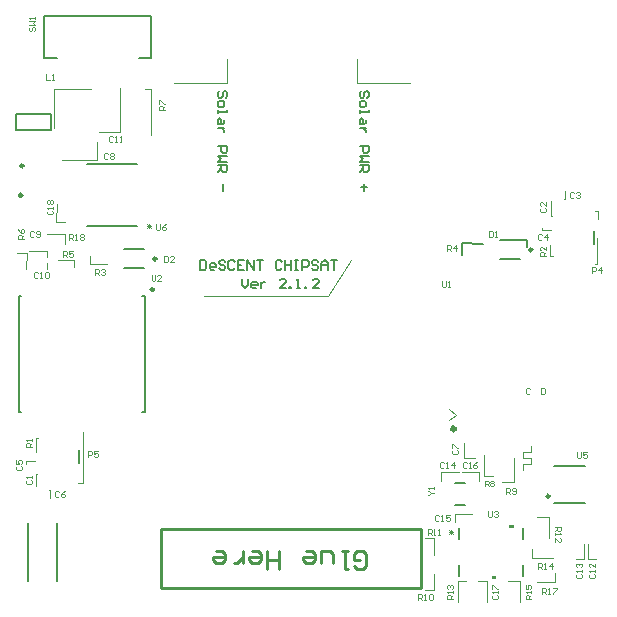
<source format=gbr>
G04*
G04 #@! TF.GenerationSoftware,Altium Limited,Altium Designer,25.5.2 (35)*
G04*
G04 Layer_Color=65535*
%FSLAX25Y25*%
%MOIN*%
G70*
G04*
G04 #@! TF.SameCoordinates,0BB90384-501E-406B-A6C2-AE9EDDEAC3CB*
G04*
G04*
G04 #@! TF.FilePolarity,Positive*
G04*
G01*
G75*
%ADD10C,0.00984*%
%ADD11C,0.01181*%
%ADD12C,0.01500*%
%ADD13C,0.00787*%
%ADD14C,0.00394*%
%ADD15C,0.00600*%
%ADD16C,0.01000*%
%ADD17C,0.00591*%
%ADD18C,0.00315*%
G36*
X160450Y8850D02*
X158950D01*
Y7850D01*
X160450D01*
Y8850D01*
D02*
G37*
G36*
X166355Y25050D02*
X164855D01*
Y26050D01*
X166355D01*
Y25050D01*
D02*
G37*
D10*
X2953Y145636D02*
G03*
X2953Y145636I-492J0D01*
G01*
X47244Y114665D02*
G03*
X47244Y114665I-492J0D01*
G01*
X178248Y35531D02*
G03*
X178248Y35531I-492J0D01*
G01*
X46362Y104402D02*
G03*
X46362Y104402I-492J0D01*
G01*
X172482Y117700D02*
G03*
X172482Y117700I-492J0D01*
G01*
D11*
X2362Y135827D02*
G03*
X2362Y135827I-394J0D01*
G01*
D12*
X146736Y57978D02*
G03*
X146736Y57978I-500J0D01*
G01*
D13*
X45331Y181513D02*
Y195687D01*
X9898Y181513D02*
Y195687D01*
X45331D01*
X9898Y181513D02*
X13933D01*
X41295D02*
X45331D01*
X394Y157750D02*
Y163050D01*
X12205D01*
Y157750D02*
Y163050D01*
X394Y157750D02*
X12205D01*
X193041Y119569D02*
Y123900D01*
X36516Y111516D02*
X43209D01*
X36516Y117815D02*
X43209D01*
X179921Y45472D02*
X190158D01*
X179921Y33268D02*
X190158D01*
X42547Y102193D02*
X43433D01*
X1307D02*
X2193D01*
X1307Y63610D02*
Y102193D01*
X42547Y63610D02*
X43433D01*
X1307D02*
X2193D01*
X43433D02*
Y102193D01*
X161754Y120850D02*
X168446D01*
X161754Y114550D02*
X168446D01*
X21400Y46669D02*
Y51000D01*
X170600Y118500D02*
Y120900D01*
X168446Y120850D02*
X170600Y120900D01*
X75687Y108036D02*
Y105937D01*
X76737Y104887D01*
X77786Y105937D01*
Y108036D01*
X80410Y104887D02*
X79361D01*
X78836Y105412D01*
Y106462D01*
X79361Y106986D01*
X80410D01*
X80935Y106462D01*
Y105937D01*
X78836D01*
X81985Y106986D02*
Y104887D01*
Y105937D01*
X82509Y106462D01*
X83034Y106986D01*
X83559D01*
X90381Y104887D02*
X88282D01*
X90381Y106986D01*
Y107511D01*
X89856Y108036D01*
X88806D01*
X88282Y107511D01*
X91430Y104887D02*
Y105412D01*
X91955D01*
Y104887D01*
X91430D01*
X94054D02*
X95104D01*
X94579D01*
Y108036D01*
X94054Y107511D01*
X96678Y104887D02*
Y105412D01*
X97203D01*
Y104887D01*
X96678D01*
X101401D02*
X99302D01*
X101401Y106986D01*
Y107511D01*
X100876Y108036D01*
X99827D01*
X99302Y107511D01*
X61811Y114172D02*
Y111024D01*
X63385D01*
X63910Y111548D01*
Y113647D01*
X63385Y114172D01*
X61811D01*
X66534Y111024D02*
X65484D01*
X64960Y111548D01*
Y112598D01*
X65484Y113123D01*
X66534D01*
X67059Y112598D01*
Y112073D01*
X64960D01*
X70207Y113647D02*
X69683Y114172D01*
X68633D01*
X68108Y113647D01*
Y113123D01*
X68633Y112598D01*
X69683D01*
X70207Y112073D01*
Y111548D01*
X69683Y111024D01*
X68633D01*
X68108Y111548D01*
X73356Y113647D02*
X72831Y114172D01*
X71782D01*
X71257Y113647D01*
Y111548D01*
X71782Y111024D01*
X72831D01*
X73356Y111548D01*
X76504Y114172D02*
X74405D01*
Y111024D01*
X76504D01*
X74405Y112598D02*
X75455D01*
X77554Y111024D02*
Y114172D01*
X79653Y111024D01*
Y114172D01*
X80703D02*
X82802D01*
X81752D01*
Y111024D01*
X89099Y113647D02*
X88574Y114172D01*
X87524D01*
X87000Y113647D01*
Y111548D01*
X87524Y111024D01*
X88574D01*
X89099Y111548D01*
X90148Y114172D02*
Y111024D01*
Y112598D01*
X92247D01*
Y114172D01*
Y111024D01*
X93297Y114172D02*
X94346D01*
X93822D01*
Y111024D01*
X93297D01*
X94346D01*
X95921D02*
Y114172D01*
X97495D01*
X98020Y113647D01*
Y112598D01*
X97495Y112073D01*
X95921D01*
X101168Y113647D02*
X100644Y114172D01*
X99594D01*
X99069Y113647D01*
Y113123D01*
X99594Y112598D01*
X100644D01*
X101168Y112073D01*
Y111548D01*
X100644Y111024D01*
X99594D01*
X99069Y111548D01*
X102218Y111024D02*
Y113123D01*
X103268Y114172D01*
X104317Y113123D01*
Y111024D01*
Y112598D01*
X102218D01*
X105367Y114172D02*
X107466D01*
X106416D01*
Y111024D01*
X70340Y168373D02*
X70865Y168898D01*
Y169948D01*
X70340Y170472D01*
X69816D01*
X69291Y169948D01*
Y168898D01*
X68766Y168373D01*
X68241D01*
X67716Y168898D01*
Y169948D01*
X68241Y170472D01*
X67716Y166799D02*
Y165750D01*
X68241Y165225D01*
X69291D01*
X69816Y165750D01*
Y166799D01*
X69291Y167324D01*
X68241D01*
X67716Y166799D01*
Y164175D02*
Y163126D01*
Y163651D01*
X70865D01*
Y164175D01*
X69816Y161027D02*
Y159977D01*
X69291Y159452D01*
X67716D01*
Y161027D01*
X68241Y161551D01*
X68766Y161027D01*
Y159452D01*
X69816Y158403D02*
X67716D01*
X68766D01*
X69291Y157878D01*
X69816Y157353D01*
Y156828D01*
X67716Y152106D02*
X70865D01*
Y150531D01*
X70340Y150007D01*
X69291D01*
X68766Y150531D01*
Y152106D01*
X70865Y148957D02*
X67716D01*
X68766Y147907D01*
X67716Y146858D01*
X70865D01*
X67716Y145808D02*
X70865D01*
Y144234D01*
X70340Y143709D01*
X69291D01*
X68766Y144234D01*
Y145808D01*
Y144759D02*
X67716Y143709D01*
X69291Y139511D02*
Y137412D01*
X117585Y168373D02*
X118109Y168898D01*
Y169948D01*
X117585Y170472D01*
X117060D01*
X116535Y169948D01*
Y168898D01*
X116010Y168373D01*
X115485D01*
X114961Y168898D01*
Y169948D01*
X115485Y170472D01*
X114961Y166799D02*
Y165750D01*
X115485Y165225D01*
X116535D01*
X117060Y165750D01*
Y166799D01*
X116535Y167324D01*
X115485D01*
X114961Y166799D01*
Y164175D02*
Y163126D01*
Y163651D01*
X118109D01*
Y164175D01*
X117060Y161027D02*
Y159977D01*
X116535Y159452D01*
X114961D01*
Y161027D01*
X115485Y161551D01*
X116010Y161027D01*
Y159452D01*
X117060Y158403D02*
X114961D01*
X116010D01*
X116535Y157878D01*
X117060Y157353D01*
Y156828D01*
X114961Y152106D02*
X118109D01*
Y150531D01*
X117585Y150007D01*
X116535D01*
X116010Y150531D01*
Y152106D01*
X118109Y148957D02*
X114961D01*
X116010Y147907D01*
X114961Y146858D01*
X118109D01*
X114961Y145808D02*
X118109D01*
Y144234D01*
X117585Y143709D01*
X116535D01*
X116010Y144234D01*
Y145808D01*
Y144759D02*
X114961Y143709D01*
X116535Y139511D02*
Y137412D01*
X117585Y138462D02*
X115485D01*
D14*
X144882Y61024D02*
X147244Y62598D01*
X144882Y64567D02*
X147244Y62598D01*
X45276Y155905D02*
Y171260D01*
X35039Y171653D02*
X35100Y156900D01*
X146653Y29626D02*
X152461D01*
X146653Y26969D02*
Y29626D01*
X142126Y40551D02*
Y43701D01*
X148031D01*
X154724Y40551D02*
Y43701D01*
X149213D02*
X154724D01*
X172244Y50197D02*
Y52165D01*
X169291Y44291D02*
Y46260D01*
X172244D01*
Y48228D01*
X169291D02*
X172244D01*
X169291D02*
Y50197D01*
X172244D01*
X166339Y40354D02*
Y48228D01*
X162402Y40354D02*
X166339D01*
X168307Y355D02*
Y7245D01*
X164370D02*
X168307D01*
X147600Y355D02*
Y7245D01*
X150553D01*
X156496Y42323D02*
X159449D01*
X156496D02*
Y49213D01*
X136811Y21654D02*
X137585D01*
X178150D02*
Y28543D01*
X174213D02*
X178150D01*
X43307Y171260D02*
X45276D01*
X15748Y147638D02*
X27559D01*
Y153543D01*
X62992Y102362D02*
X104331D01*
X112205Y114173D01*
X70866Y177165D02*
Y181102D01*
X114173Y177165D02*
Y181102D01*
X129921Y173228D02*
X131890D01*
X114173D02*
X129921D01*
X114173D02*
Y177165D01*
X53150Y173228D02*
X70866D01*
Y177165D01*
X10827Y111221D02*
Y113189D01*
Y115157D02*
Y117126D01*
X4921D02*
X10827D01*
X21000Y40000D02*
X22900D01*
X22800Y57000D02*
X22900Y40000D01*
X193350Y113000D02*
X194250D01*
Y121700D01*
X194300Y128000D02*
Y130600D01*
X193500D02*
X194300D01*
X178500Y115500D02*
Y119300D01*
Y115500D02*
X179300D01*
X7200Y50400D02*
Y55000D01*
X7700D01*
X11900Y35000D02*
Y37500D01*
X11500D02*
X11900D01*
X7200Y38900D02*
Y43000D01*
X7500D01*
X3900Y47100D02*
X6900D01*
X3900Y46100D02*
Y47100D01*
X175700Y124400D02*
X178800D01*
X175700D02*
Y124900D01*
X178600Y128900D02*
Y133800D01*
Y128900D02*
X179000D01*
X183500Y134500D02*
Y137200D01*
X183000Y134500D02*
X183500D01*
X16732Y119685D02*
Y122835D01*
X10827D02*
X16732D01*
X190945Y14567D02*
X193701D01*
X190945D02*
Y19685D01*
X189764Y14567D02*
Y19685D01*
X187008Y14567D02*
X189764D01*
X172400Y14824D02*
Y17776D01*
Y14824D02*
X179290D01*
X180118Y6890D02*
Y9843D01*
X174213Y6890D02*
X180118D01*
X157480Y355D02*
Y7245D01*
X154528D02*
X157480D01*
X149606Y48228D02*
X153543D01*
X149606D02*
Y53150D01*
X13000Y158300D02*
Y171300D01*
X25400D01*
X28000Y156900D02*
X35100D01*
X13821Y127000D02*
X14021Y132800D01*
X13821Y127000D02*
X16621D01*
X700Y116600D02*
X4000D01*
X3900Y111100D02*
X4000Y116600D01*
X19685Y111989D02*
Y114389D01*
X14385D02*
X19685D01*
X25000Y113000D02*
X30800D01*
X25000D02*
Y115600D01*
X136831Y4363D02*
X139831D01*
Y9563D01*
Y15800D02*
Y21654D01*
X137585D02*
X139831D01*
D15*
X147966Y8950D02*
Y12545D01*
X169466Y8950D02*
Y12545D01*
Y21355D02*
Y24950D01*
X147966Y21355D02*
Y24950D01*
X14149Y7160D02*
Y26730D01*
X4449Y7160D02*
Y26730D01*
X146781Y39871D02*
X150069D01*
X146781Y32570D02*
X150069D01*
X24130Y146177D02*
X40830D01*
X24130Y125477D02*
X40830D01*
D16*
X135474Y4817D02*
Y24502D01*
X48859Y4817D02*
Y24502D01*
X135474D01*
X48859Y4817D02*
X135474D01*
X113194Y12170D02*
X114194Y11171D01*
X116193D01*
X117193Y12170D01*
Y16169D01*
X116193Y17169D01*
X114194D01*
X113194Y16169D01*
Y14170D01*
X115194D01*
X111195Y17169D02*
X109196D01*
X110195D01*
Y11171D01*
X111195D01*
X106197Y13170D02*
Y16169D01*
X105197Y17169D01*
X102198D01*
Y13170D01*
X97199Y17169D02*
X99199D01*
X100199Y16169D01*
Y14170D01*
X99199Y13170D01*
X97199D01*
X96200Y14170D01*
Y15169D01*
X100199D01*
X88202Y11171D02*
Y17169D01*
Y14170D01*
X84204D01*
Y11171D01*
Y17169D01*
X79205D02*
X81205D01*
X82204Y16169D01*
Y14170D01*
X81205Y13170D01*
X79205D01*
X78206Y14170D01*
Y15169D01*
X82204D01*
X76206Y13170D02*
Y17169D01*
Y15169D01*
X75207Y14170D01*
X74207Y13170D01*
X73207D01*
X67209Y17169D02*
X69209D01*
X70208Y16169D01*
Y14170D01*
X69209Y13170D01*
X67209D01*
X66210Y14170D01*
Y15169D01*
X70208D01*
D17*
X149200Y119800D02*
X156200Y119700D01*
X149100Y115900D02*
X149200Y119800D01*
D18*
X5249Y191929D02*
X4922Y191602D01*
Y190945D01*
X5249Y190618D01*
X5578D01*
X5906Y190945D01*
Y191602D01*
X6233Y191929D01*
X6561D01*
X6889Y191602D01*
Y190945D01*
X6561Y190618D01*
X4922Y192585D02*
X6889D01*
X6233Y193241D01*
X6889Y193897D01*
X4922D01*
X6889Y194553D02*
Y195209D01*
Y194881D01*
X4922D01*
X5249Y194553D01*
X171706Y71246D02*
X171378Y71574D01*
X170722D01*
X170394Y71246D01*
Y69934D01*
X170722Y69606D01*
X171378D01*
X171706Y69934D01*
X175512Y71574D02*
Y69606D01*
X176496D01*
X176824Y69934D01*
Y71246D01*
X176496Y71574D01*
X175512D01*
X144685Y24278D02*
X145997Y22966D01*
X144685D02*
X145997Y24278D01*
X144685Y23622D02*
X145997D01*
X145341Y22966D02*
Y24278D01*
X45455Y124987D02*
X44143Y126299D01*
X45455D02*
X44143Y124987D01*
X45455Y125643D02*
X44143D01*
X44799Y126299D02*
Y124987D01*
X45604Y109252D02*
Y107612D01*
X45932Y107284D01*
X46588D01*
X46916Y107612D01*
Y109252D01*
X48884Y107284D02*
X47572D01*
X48884Y108596D01*
Y108924D01*
X48556Y109252D01*
X47900D01*
X47572Y108924D01*
X175672Y122656D02*
X175344Y122984D01*
X174688D01*
X174360Y122656D01*
Y121344D01*
X174688Y121016D01*
X175344D01*
X175672Y121344D01*
X177312Y121016D02*
Y122984D01*
X176328Y122000D01*
X177640D01*
X186372Y136556D02*
X186044Y136884D01*
X185388D01*
X185060Y136556D01*
Y135244D01*
X185388Y134916D01*
X186044D01*
X186372Y135244D01*
X187028Y136556D02*
X187356Y136884D01*
X188012D01*
X188340Y136556D01*
Y136228D01*
X188012Y135900D01*
X187684D01*
X188012D01*
X188340Y135572D01*
Y135244D01*
X188012Y134916D01*
X187356D01*
X187028Y135244D01*
X175344Y131472D02*
X175016Y131144D01*
Y130488D01*
X175344Y130160D01*
X176656D01*
X176984Y130488D01*
Y131144D01*
X176656Y131472D01*
X176984Y133440D02*
Y132128D01*
X175672Y133440D01*
X175344D01*
X175016Y133112D01*
Y132456D01*
X175344Y132128D01*
X14672Y37056D02*
X14344Y37384D01*
X13688D01*
X13360Y37056D01*
Y35744D01*
X13688Y35416D01*
X14344D01*
X14672Y35744D01*
X16640Y37384D02*
X15984Y37056D01*
X15328Y36400D01*
Y35744D01*
X15656Y35416D01*
X16312D01*
X16640Y35744D01*
Y36072D01*
X16312Y36400D01*
X15328D01*
X844Y45572D02*
X516Y45244D01*
Y44588D01*
X844Y44260D01*
X2156D01*
X2484Y44588D01*
Y45244D01*
X2156Y45572D01*
X516Y47540D02*
Y46228D01*
X1500D01*
X1172Y46884D01*
Y47212D01*
X1500Y47540D01*
X2156D01*
X2484Y47212D01*
Y46556D01*
X2156Y46228D01*
X4144Y40900D02*
X3816Y40572D01*
Y39916D01*
X4144Y39588D01*
X5456D01*
X5784Y39916D01*
Y40572D01*
X5456Y40900D01*
X5784Y41556D02*
Y42212D01*
Y41884D01*
X3816D01*
X4144Y41556D01*
X24560Y48516D02*
Y50484D01*
X25544D01*
X25872Y50156D01*
Y49500D01*
X25544Y49172D01*
X24560D01*
X27840Y50484D02*
X26528D01*
Y49500D01*
X27184Y49828D01*
X27512D01*
X27840Y49500D01*
Y48844D01*
X27512Y48516D01*
X26856D01*
X26528Y48844D01*
X192560Y109816D02*
Y111784D01*
X193544D01*
X193872Y111456D01*
Y110800D01*
X193544Y110472D01*
X192560D01*
X195512Y109816D02*
Y111784D01*
X194528Y110800D01*
X195840D01*
X50196Y164324D02*
X48229D01*
Y165308D01*
X48557Y165636D01*
X49213D01*
X49541Y165308D01*
Y164324D01*
Y164980D02*
X50196Y165636D01*
X48229Y166292D02*
Y167604D01*
X48557D01*
X49869Y166292D01*
X50196D01*
X142389Y107283D02*
Y105643D01*
X142717Y105315D01*
X143373D01*
X143701Y105643D01*
Y107283D01*
X144357Y105315D02*
X145013D01*
X144685D01*
Y107283D01*
X144357Y106955D01*
X137796Y36090D02*
X138124D01*
X138779Y36746D01*
X138124Y37402D01*
X137796D01*
X138779Y36746D02*
X139763D01*
Y38058D02*
Y38713D01*
Y38385D01*
X137796D01*
X138124Y38058D01*
X47115Y126211D02*
Y124571D01*
X47443Y124243D01*
X48099D01*
X48427Y124571D01*
Y126211D01*
X50395D02*
X49739Y125883D01*
X49083Y125227D01*
Y124571D01*
X49411Y124243D01*
X50067D01*
X50395Y124571D01*
Y124899D01*
X50067Y125227D01*
X49083D01*
X187513Y50193D02*
Y48553D01*
X187841Y48225D01*
X188497D01*
X188825Y48553D01*
Y50193D01*
X190793D02*
X189481D01*
Y49209D01*
X190137Y49537D01*
X190465D01*
X190793Y49209D01*
Y48553D01*
X190465Y48225D01*
X189809D01*
X189481Y48553D01*
X157809Y30512D02*
Y28872D01*
X158137Y28544D01*
X158793D01*
X159121Y28872D01*
Y30512D01*
X159777Y30184D02*
X160105Y30512D01*
X160761D01*
X161089Y30184D01*
Y29855D01*
X160761Y29528D01*
X160433D01*
X160761D01*
X161089Y29200D01*
Y28872D01*
X160761Y28544D01*
X160105D01*
X159777Y28872D01*
X18210Y121063D02*
Y123031D01*
X19193D01*
X19521Y122703D01*
Y122047D01*
X19193Y121719D01*
X18210D01*
X18865D02*
X19521Y121063D01*
X20177D02*
X20833D01*
X20505D01*
Y123031D01*
X20177Y122703D01*
X21817D02*
X22145Y123031D01*
X22801D01*
X23129Y122703D01*
Y122375D01*
X22801Y122047D01*
X23129Y121719D01*
Y121391D01*
X22801Y121063D01*
X22145D01*
X21817Y121391D01*
Y121719D01*
X22145Y122047D01*
X21817Y122375D01*
Y122703D01*
X22145Y122047D02*
X22801D01*
X175690Y2953D02*
Y4921D01*
X176674D01*
X177002Y4593D01*
Y3937D01*
X176674Y3609D01*
X175690D01*
X176346D02*
X177002Y2953D01*
X177658D02*
X178314D01*
X177986D01*
Y4921D01*
X177658Y4593D01*
X179297Y4921D02*
X180609D01*
Y4593D01*
X179297Y3281D01*
Y2953D01*
X172244Y1140D02*
X170276D01*
Y2124D01*
X170604Y2452D01*
X171260D01*
X171588Y2124D01*
Y1140D01*
Y1796D02*
X172244Y2452D01*
Y3108D02*
Y3764D01*
Y3436D01*
X170276D01*
X170604Y3108D01*
X170276Y6060D02*
Y4748D01*
X171260D01*
X170932Y5404D01*
Y5732D01*
X171260Y6060D01*
X171916D01*
X172244Y5732D01*
Y5076D01*
X171916Y4748D01*
X174424Y11416D02*
Y13384D01*
X175408D01*
X175736Y13056D01*
Y12400D01*
X175408Y12072D01*
X174424D01*
X175080D02*
X175736Y11416D01*
X176392D02*
X177048D01*
X176720D01*
Y13384D01*
X176392Y13056D01*
X179016Y11416D02*
Y13384D01*
X178032Y12400D01*
X179344D01*
X146084Y1140D02*
X144116D01*
Y2124D01*
X144444Y2452D01*
X145100D01*
X145428Y2124D01*
Y1140D01*
Y1796D02*
X146084Y2452D01*
Y3108D02*
Y3764D01*
Y3436D01*
X144116D01*
X144444Y3108D01*
Y4748D02*
X144116Y5076D01*
Y5732D01*
X144444Y6060D01*
X144772D01*
X145100Y5732D01*
Y5404D01*
Y5732D01*
X145428Y6060D01*
X145756D01*
X146084Y5732D01*
Y5076D01*
X145756Y4748D01*
X180118Y25098D02*
X182086D01*
Y24114D01*
X181758Y23786D01*
X181102D01*
X180774Y24114D01*
Y25098D01*
Y24442D02*
X180118Y23786D01*
Y23130D02*
Y22474D01*
Y22802D01*
X182086D01*
X181758Y23130D01*
X180118Y20178D02*
Y21490D01*
X181430Y20178D01*
X181758D01*
X182086Y20506D01*
Y21162D01*
X181758Y21490D01*
X137632Y22638D02*
Y24606D01*
X138616D01*
X138944Y24278D01*
Y23622D01*
X138616Y23294D01*
X137632D01*
X138288D02*
X138944Y22638D01*
X139600D02*
X140256D01*
X139928D01*
Y24606D01*
X139600Y24278D01*
X141240Y22638D02*
X141896D01*
X141568D01*
Y24606D01*
X141240Y24278D01*
X134351Y985D02*
Y2952D01*
X135335D01*
X135663Y2624D01*
Y1969D01*
X135335Y1640D01*
X134351D01*
X135007D02*
X135663Y985D01*
X136319D02*
X136975D01*
X136647D01*
Y2952D01*
X136319Y2624D01*
X137959D02*
X138287Y2952D01*
X138943D01*
X139271Y2624D01*
Y1313D01*
X138943Y985D01*
X138287D01*
X137959Y1313D01*
Y2624D01*
X163715Y36418D02*
Y38385D01*
X164698D01*
X165026Y38058D01*
Y37402D01*
X164698Y37074D01*
X163715D01*
X164370D02*
X165026Y36418D01*
X165682Y36746D02*
X166010Y36418D01*
X166666D01*
X166994Y36746D01*
Y38058D01*
X166666Y38385D01*
X166010D01*
X165682Y38058D01*
Y37730D01*
X166010Y37402D01*
X166994D01*
X156628Y38780D02*
Y40748D01*
X157612D01*
X157940Y40420D01*
Y39764D01*
X157612Y39436D01*
X156628D01*
X157284D02*
X157940Y38780D01*
X158596Y40420D02*
X158924Y40748D01*
X159580D01*
X159908Y40420D01*
Y40092D01*
X159580Y39764D01*
X159908Y39436D01*
Y39108D01*
X159580Y38780D01*
X158924D01*
X158596Y39108D01*
Y39436D01*
X158924Y39764D01*
X158596Y40092D01*
Y40420D01*
X158924Y39764D02*
X159580D01*
X2984Y121360D02*
X1016D01*
Y122344D01*
X1344Y122672D01*
X2000D01*
X2328Y122344D01*
Y121360D01*
Y122016D02*
X2984Y122672D01*
X1016Y124640D02*
X1344Y123984D01*
X2000Y123328D01*
X2656D01*
X2984Y123656D01*
Y124312D01*
X2656Y124640D01*
X2328D01*
X2000Y124312D01*
Y123328D01*
X16260Y115316D02*
Y117284D01*
X17244D01*
X17572Y116956D01*
Y116300D01*
X17244Y115972D01*
X16260D01*
X16916D02*
X17572Y115316D01*
X19540Y117284D02*
X18228D01*
Y116300D01*
X18884Y116628D01*
X19212D01*
X19540Y116300D01*
Y115644D01*
X19212Y115316D01*
X18556D01*
X18228Y115644D01*
X144029Y117126D02*
Y119094D01*
X145013D01*
X145341Y118766D01*
Y118110D01*
X145013Y117782D01*
X144029D01*
X144685D02*
X145341Y117126D01*
X146981D02*
Y119094D01*
X145997Y118110D01*
X147309D01*
X26660Y109216D02*
Y111184D01*
X27644D01*
X27972Y110856D01*
Y110200D01*
X27644Y109872D01*
X26660D01*
X27316D02*
X27972Y109216D01*
X28628Y110856D02*
X28956Y111184D01*
X29612D01*
X29940Y110856D01*
Y110528D01*
X29612Y110200D01*
X29284D01*
X29612D01*
X29940Y109872D01*
Y109544D01*
X29612Y109216D01*
X28956D01*
X28628Y109544D01*
X177084Y115460D02*
X175116D01*
Y116444D01*
X175444Y116772D01*
X176100D01*
X176428Y116444D01*
Y115460D01*
Y116116D02*
X177084Y116772D01*
Y118740D02*
Y117428D01*
X175772Y118740D01*
X175444D01*
X175116Y118412D01*
Y117756D01*
X175444Y117428D01*
X5784Y51988D02*
X3816D01*
Y52972D01*
X4144Y53300D01*
X4800D01*
X5128Y52972D01*
Y51988D01*
Y52644D02*
X5784Y53300D01*
Y53956D02*
Y54612D01*
Y54284D01*
X3816D01*
X4144Y53956D01*
X10499Y176181D02*
Y174213D01*
X11811D01*
X12467D02*
X13123D01*
X12795D01*
Y176181D01*
X12467Y175853D01*
X49922Y115649D02*
Y113681D01*
X50906D01*
X51234Y114009D01*
Y115321D01*
X50906Y115649D01*
X49922D01*
X53202Y113681D02*
X51890D01*
X53202Y114993D01*
Y115321D01*
X52874Y115649D01*
X52218D01*
X51890Y115321D01*
X158137Y124015D02*
Y122048D01*
X159121D01*
X159449Y122376D01*
Y123688D01*
X159121Y124015D01*
X158137D01*
X160105Y122048D02*
X160761D01*
X160433D01*
Y124015D01*
X160105Y123688D01*
X11155Y130742D02*
X10827Y130414D01*
Y129758D01*
X11155Y129430D01*
X12467D01*
X12795Y129758D01*
Y130414D01*
X12467Y130742D01*
X12795Y131398D02*
Y132054D01*
Y131726D01*
X10827D01*
X11155Y131398D01*
Y133038D02*
X10827Y133366D01*
Y134022D01*
X11155Y134350D01*
X11483D01*
X11811Y134022D01*
X12139Y134350D01*
X12467D01*
X12795Y134022D01*
Y133366D01*
X12467Y133038D01*
X12139D01*
X11811Y133366D01*
X11483Y133038D01*
X11155D01*
X11811Y133366D02*
Y134022D01*
X159444Y2452D02*
X159116Y2124D01*
Y1468D01*
X159444Y1140D01*
X160756D01*
X161084Y1468D01*
Y2124D01*
X160756Y2452D01*
X161084Y3108D02*
Y3764D01*
Y3436D01*
X159116D01*
X159444Y3108D01*
X159116Y4748D02*
Y6060D01*
X159444D01*
X160756Y4748D01*
X161084D01*
X150624Y46522D02*
X150296Y46850D01*
X149640D01*
X149312Y46522D01*
Y45210D01*
X149640Y44882D01*
X150296D01*
X150624Y45210D01*
X151280Y44882D02*
X151936D01*
X151608D01*
Y46850D01*
X151280Y46522D01*
X154232Y46850D02*
X153576Y46522D01*
X152920Y45866D01*
Y45210D01*
X153248Y44882D01*
X153903D01*
X154232Y45210D01*
Y45538D01*
X153903Y45866D01*
X152920D01*
X141372Y28904D02*
X141044Y29232D01*
X140388D01*
X140060Y28904D01*
Y27592D01*
X140388Y27264D01*
X141044D01*
X141372Y27592D01*
X142028Y27264D02*
X142684D01*
X142356D01*
Y29232D01*
X142028Y28904D01*
X144980Y29232D02*
X143668D01*
Y28248D01*
X144324Y28576D01*
X144651D01*
X144980Y28248D01*
Y27592D01*
X144651Y27264D01*
X143996D01*
X143668Y27592D01*
X143045Y46522D02*
X142717Y46850D01*
X142061D01*
X141733Y46522D01*
Y45210D01*
X142061Y44882D01*
X142717D01*
X143045Y45210D01*
X143701Y44882D02*
X144357D01*
X144029D01*
Y46850D01*
X143701Y46522D01*
X146325Y44882D02*
Y46850D01*
X145341Y45866D01*
X146653D01*
X187533Y9482D02*
X187205Y9154D01*
Y8498D01*
X187533Y8170D01*
X188845D01*
X189173Y8498D01*
Y9154D01*
X188845Y9482D01*
X189173Y10138D02*
Y10794D01*
Y10466D01*
X187205D01*
X187533Y10138D01*
Y11778D02*
X187205Y12106D01*
Y12762D01*
X187533Y13090D01*
X187861D01*
X188189Y12762D01*
Y12434D01*
Y12762D01*
X188517Y13090D01*
X188845D01*
X189173Y12762D01*
Y12106D01*
X188845Y11778D01*
X191864Y9482D02*
X191536Y9154D01*
Y8498D01*
X191864Y8170D01*
X193176D01*
X193504Y8498D01*
Y9154D01*
X193176Y9482D01*
X193504Y10138D02*
Y10794D01*
Y10466D01*
X191536D01*
X191864Y10138D01*
X193504Y13090D02*
Y11778D01*
X192192Y13090D01*
X191864D01*
X191536Y12762D01*
Y12106D01*
X191864Y11778D01*
X32645Y155183D02*
X32317Y155511D01*
X31661D01*
X31333Y155183D01*
Y153872D01*
X31661Y153544D01*
X32317D01*
X32645Y153872D01*
X33301Y153544D02*
X33957D01*
X33629D01*
Y155511D01*
X33301Y155183D01*
X34940Y153544D02*
X35596D01*
X35269D01*
Y155511D01*
X34940Y155183D01*
X7710Y109908D02*
X7382Y110236D01*
X6726D01*
X6398Y109908D01*
Y108596D01*
X6726Y108268D01*
X7382D01*
X7710Y108596D01*
X8366Y108268D02*
X9022D01*
X8694D01*
Y110236D01*
X8366Y109908D01*
X10006D02*
X10334Y110236D01*
X10990D01*
X11318Y109908D01*
Y108596D01*
X10990Y108268D01*
X10334D01*
X10006Y108596D01*
Y109908D01*
X6562Y123688D02*
X6234Y124015D01*
X5578D01*
X5250Y123688D01*
Y122376D01*
X5578Y122048D01*
X6234D01*
X6562Y122376D01*
X7218D02*
X7546Y122048D01*
X8202D01*
X8530Y122376D01*
Y123688D01*
X8202Y124015D01*
X7546D01*
X7218Y123688D01*
Y123360D01*
X7546Y123031D01*
X8530D01*
X30972Y149456D02*
X30644Y149784D01*
X29988D01*
X29660Y149456D01*
Y148144D01*
X29988Y147816D01*
X30644D01*
X30972Y148144D01*
X31628Y149456D02*
X31956Y149784D01*
X32612D01*
X32940Y149456D01*
Y149128D01*
X32612Y148800D01*
X32940Y148472D01*
Y148144D01*
X32612Y147816D01*
X31956D01*
X31628Y148144D01*
Y148472D01*
X31956Y148800D01*
X31628Y149128D01*
Y149456D01*
X31956Y148800D02*
X32612D01*
X145998Y50853D02*
X145670Y50525D01*
Y49869D01*
X145998Y49541D01*
X147310D01*
X147637Y49869D01*
Y50525D01*
X147310Y50853D01*
X145670Y51509D02*
Y52821D01*
X145998D01*
X147310Y51509D01*
X147637D01*
M02*

</source>
